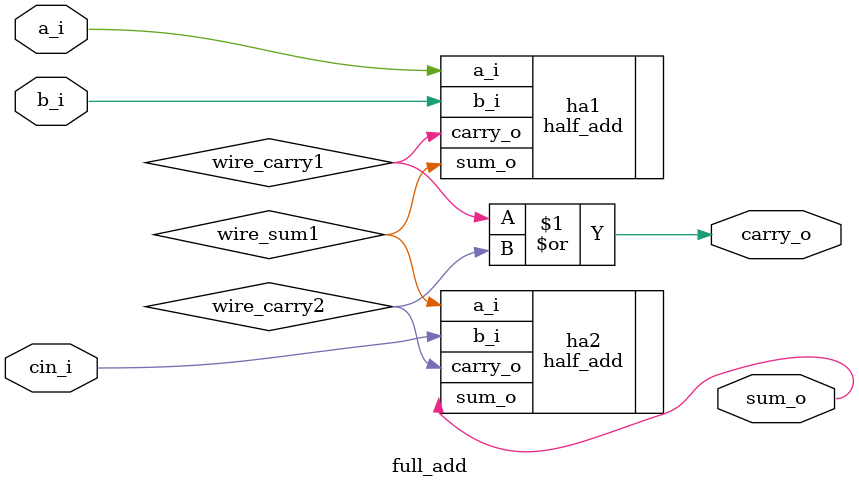
<source format=sv>
`timescale 1ns/1ps

module full_add(
    input logic [0:0] a_i,
    input logic [0:0] b_i,
    input logic [0:0] cin_i,
    output logic [0:0] sum_o,
    output logic [0:0] carry_o
);

    wire [0:0] wire_sum1;
    wire [0:0] wire_carry1;
    wire [0:0] wire_carry2;

    half_add ha1 (
        .a_i(a_i),
        .b_i(b_i),
        .sum_o(wire_sum1),
        .carry_o(wire_carry1)
    );

    half_add ha2 (
        .a_i(wire_sum1),
        .b_i(cin_i),
        .sum_o(sum_o),
        .carry_o(wire_carry2)
    );

    assign carry_o = wire_carry1 | wire_carry2;

endmodule



</source>
